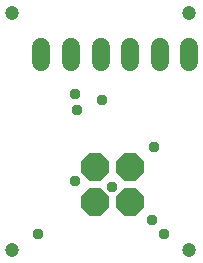
<source format=gbr>
G04 EAGLE Gerber X2 export*
%TF.Part,Single*%
%TF.FileFunction,Soldermask,Bot,1*%
%TF.FilePolarity,Negative*%
%TF.GenerationSoftware,Autodesk,EAGLE,9.1.0*%
%TF.CreationDate,2018-11-27T18:07:30Z*%
G75*
%MOMM*%
%FSLAX34Y34*%
%LPD*%
%AMOC8*
5,1,8,0,0,1.08239X$1,22.5*%
G01*
%ADD10C,1.203200*%
%ADD11C,1.511200*%
%ADD12P,2.556822X8X22.500000*%
%ADD13C,0.959600*%


D10*
X20000Y50000D03*
X170000Y50000D03*
X20000Y250000D03*
X170000Y250000D03*
D11*
X45000Y221540D02*
X45000Y208460D01*
X70000Y208460D02*
X70000Y221540D01*
X95000Y221540D02*
X95000Y208460D01*
X120000Y208460D02*
X120000Y221540D01*
X145000Y221540D02*
X145000Y208460D01*
X170000Y208460D02*
X170000Y221540D01*
D12*
X90000Y120000D03*
X120000Y120000D03*
X90000Y90000D03*
X120000Y90000D03*
D13*
X73500Y108500D03*
X105000Y103250D03*
X96250Y176750D03*
X138250Y75250D03*
X73500Y182000D03*
X42000Y63000D03*
X148750Y63000D03*
X140000Y136500D03*
X75250Y168000D03*
M02*

</source>
